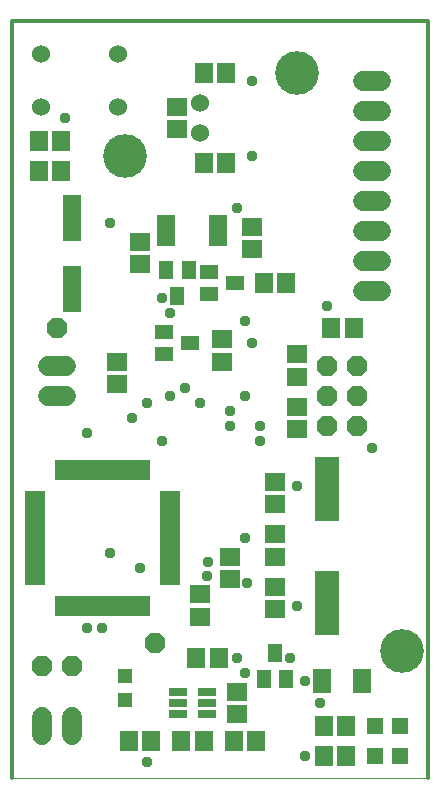
<source format=gts>
G04 EAGLE Gerber RS-274X export*
G75*
%MOMM*%
%FSLAX34Y34*%
%LPD*%
%INSolderstop Top*%
%IPPOS*%
%AMOC8*
5,1,8,0,0,1.08239X$1,22.5*%
G01*
%ADD10C,0.000000*%
%ADD11C,0.304800*%
%ADD12C,3.703200*%
%ADD13P,1.869504X8X22.500000*%
%ADD14P,1.869504X8X112.500000*%
%ADD15R,1.503200X1.703200*%
%ADD16R,1.703200X1.503200*%
%ADD17R,1.603200X4.003200*%
%ADD18R,1.203200X1.603200*%
%ADD19R,0.503200X1.678200*%
%ADD20R,1.678200X0.503200*%
%ADD21R,1.603200X0.803200*%
%ADD22R,1.628200X0.653200*%
%ADD23R,1.203200X1.203200*%
%ADD24R,1.603200X1.203200*%
%ADD25R,2.133600X5.537200*%
%ADD26C,1.711200*%
%ADD27C,1.524000*%
%ADD28R,1.403200X1.403200*%
%ADD29R,1.603200X2.003200*%
%ADD30C,0.959600*%


D10*
X0Y0D02*
X352300Y0D01*
D11*
X352300Y641250D01*
X0Y641250D01*
X0Y0D01*
D12*
X95250Y527050D03*
X330200Y107950D03*
X241300Y596900D03*
D13*
X120650Y114300D03*
X25400Y95250D03*
D14*
X292100Y298450D03*
X266700Y298450D03*
X292100Y323850D03*
X266700Y323850D03*
X292100Y349250D03*
X266700Y349250D03*
D15*
X98450Y31750D03*
X117450Y31750D03*
D16*
X184150Y187300D03*
X184150Y168300D03*
X241300Y314300D03*
X241300Y295300D03*
X190500Y54000D03*
X190500Y73000D03*
X222250Y231800D03*
X222250Y250800D03*
X222250Y161900D03*
X222250Y142900D03*
X107950Y454000D03*
X107950Y435000D03*
D17*
X50800Y474500D03*
X50800Y414500D03*
D16*
X158750Y155550D03*
X158750Y136550D03*
D18*
X139700Y408100D03*
X130200Y430100D03*
X149200Y430100D03*
D13*
X38100Y381000D03*
X50800Y95250D03*
D19*
X38700Y145820D03*
X43700Y145820D03*
X48700Y145820D03*
X53700Y145820D03*
X58700Y145820D03*
X63700Y145820D03*
X68700Y145820D03*
X73700Y145820D03*
X78700Y145820D03*
X83700Y145820D03*
X88700Y145820D03*
X93700Y145820D03*
X98700Y145820D03*
X103700Y145820D03*
X108700Y145820D03*
X113700Y145820D03*
D20*
X133580Y165700D03*
X133580Y170700D03*
X133580Y175700D03*
X133580Y180700D03*
X133580Y185700D03*
X133580Y190700D03*
X133580Y195700D03*
X133580Y200700D03*
X133580Y205700D03*
X133580Y210700D03*
X133580Y215700D03*
X133580Y220700D03*
X133580Y225700D03*
X133580Y230700D03*
X133580Y235700D03*
X133580Y240700D03*
D19*
X113700Y260580D03*
X108700Y260580D03*
X103700Y260580D03*
X98700Y260580D03*
X93700Y260580D03*
X88700Y260580D03*
X83700Y260580D03*
X78700Y260580D03*
X73700Y260580D03*
X68700Y260580D03*
X63700Y260580D03*
X58700Y260580D03*
X53700Y260580D03*
X48700Y260580D03*
X43700Y260580D03*
X38700Y260580D03*
D20*
X18820Y240700D03*
X18820Y235700D03*
X18820Y230700D03*
X18820Y225700D03*
X18820Y220700D03*
X18820Y215700D03*
X18820Y210700D03*
X18820Y205700D03*
X18820Y200700D03*
X18820Y195700D03*
X18820Y190700D03*
X18820Y185700D03*
X18820Y180700D03*
X18820Y175700D03*
X18820Y170700D03*
X18820Y165700D03*
D21*
X139900Y73000D03*
X139900Y63500D03*
X139900Y54000D03*
X164900Y54000D03*
X164900Y63500D03*
X164900Y73000D03*
D22*
X174520Y453800D03*
X174520Y460300D03*
X174520Y466800D03*
X174520Y473300D03*
X130280Y473300D03*
X130280Y466800D03*
X130280Y460300D03*
X130280Y453800D03*
D23*
X95250Y86200D03*
X95250Y66200D03*
D24*
X188800Y419100D03*
X166800Y409600D03*
X166800Y428600D03*
D25*
X266700Y148590D03*
X266700Y245110D03*
D15*
X187350Y31750D03*
X206350Y31750D03*
D16*
X222250Y187350D03*
X222250Y206350D03*
X88900Y333400D03*
X88900Y352400D03*
D15*
X288900Y381000D03*
X269900Y381000D03*
D16*
X241300Y339750D03*
X241300Y358750D03*
D15*
X142900Y31750D03*
X161900Y31750D03*
X41250Y514350D03*
X22250Y514350D03*
X41250Y539750D03*
X22250Y539750D03*
D16*
X177800Y371450D03*
X177800Y352450D03*
X203200Y447700D03*
X203200Y466700D03*
D15*
X231750Y419100D03*
X212750Y419100D03*
D26*
X50800Y51990D02*
X50800Y36910D01*
X25400Y36910D02*
X25400Y51990D01*
X30560Y323850D02*
X45640Y323850D01*
X45640Y349250D02*
X30560Y349250D01*
D18*
X222250Y106250D03*
X231750Y84250D03*
X212750Y84250D03*
D16*
X139700Y568300D03*
X139700Y549300D03*
D27*
X158750Y571500D03*
X158750Y546100D03*
D15*
X161950Y520700D03*
X180950Y520700D03*
X161950Y596900D03*
X180950Y596900D03*
D26*
X297260Y412750D02*
X312340Y412750D01*
X312340Y438150D02*
X297260Y438150D01*
X297260Y463550D02*
X312340Y463550D01*
X312340Y488950D02*
X297260Y488950D01*
X297260Y514350D02*
X312340Y514350D01*
X312340Y539750D02*
X297260Y539750D01*
X297260Y565150D02*
X312340Y565150D01*
X312340Y590550D02*
X297260Y590550D01*
D24*
X150700Y368300D03*
X128700Y358800D03*
X128700Y377800D03*
D28*
X328000Y44450D03*
X307000Y44450D03*
X328000Y19050D03*
X307000Y19050D03*
D15*
X282550Y19050D03*
X263550Y19050D03*
X282550Y44450D03*
X263550Y44450D03*
D27*
X24638Y613156D03*
X89662Y613156D03*
X89662Y567944D03*
X24638Y567944D03*
D29*
X262400Y82550D03*
X296400Y82550D03*
D15*
X155600Y101600D03*
X174600Y101600D03*
D30*
X114300Y13942D03*
X190500Y482600D03*
X82550Y469900D03*
X203200Y527050D03*
X203200Y590550D03*
X304800Y279400D03*
X107950Y177800D03*
X101600Y304800D03*
X127000Y406400D03*
X196850Y387350D03*
X247650Y82550D03*
X266700Y400050D03*
X127000Y285750D03*
X209550Y285750D03*
X165805Y183445D03*
X196850Y203200D03*
X165100Y171450D03*
X198854Y165100D03*
X209550Y298450D03*
X196850Y323850D03*
X184150Y298450D03*
X184150Y311150D03*
X203200Y368300D03*
X82550Y190500D03*
X158750Y317500D03*
X146050Y330200D03*
X63500Y292100D03*
X44450Y558800D03*
X241300Y146050D03*
X241300Y247650D03*
X234950Y101600D03*
X133350Y323850D03*
X133350Y393700D03*
X196850Y88900D03*
X114300Y317500D03*
X260350Y63500D03*
X76200Y127000D03*
X63500Y127000D03*
X247650Y19050D03*
X190500Y101600D03*
M02*

</source>
